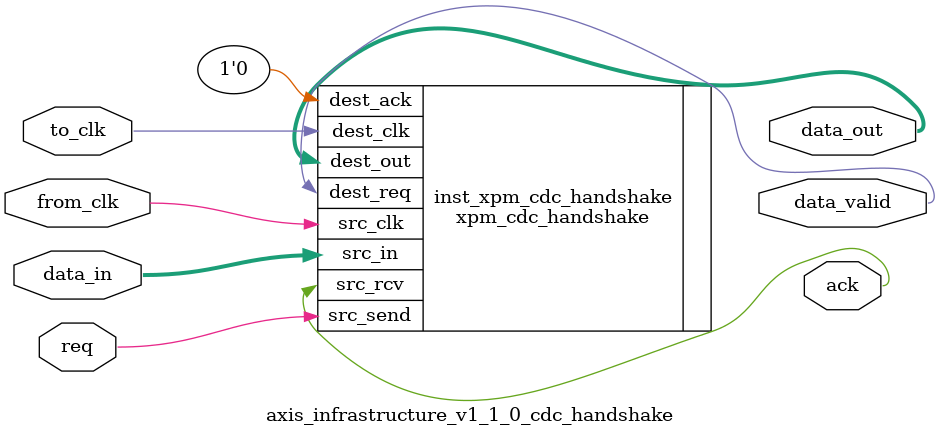
<source format=v>

`ifndef AXIS_INFRASTRUCTURE_V1_0_MUX_ENC_V
`define AXIS_INFRASTRUCTURE_V1_0_MUX_ENC_V
`timescale 1ps/1ps


(* DowngradeIPIdentifiedWarnings="yes" *)
module axis_infrastructure_v1_1_0_mux_enc #
  (
   parameter         C_FAMILY                       = "rtl",
                       // FPGA Family. Current version: virtex6 or spartan6.
   parameter integer C_RATIO                        = 4,
                       // Mux select ratio. Can be any binary value (>= 1)
   parameter integer C_SEL_WIDTH                    = 2,
                       // Log2-ceiling of C_RATIO (>= 1)
   parameter integer C_DATA_WIDTH                   = 1
                       // Data width for comparator (>= 1)
   )
  (
   input  wire [C_SEL_WIDTH-1:0]                    S,
   input  wire [C_RATIO*C_DATA_WIDTH-1:0]           A,
   output wire [C_DATA_WIDTH-1:0]                   O,
   input  wire                                      OE
   );
  
  wire [C_DATA_WIDTH-1:0] o_i;
  genvar bit_cnt;
  
  function [C_DATA_WIDTH-1:0] f_mux
    (
     input [C_SEL_WIDTH-1:0] s,
     input [C_RATIO*C_DATA_WIDTH-1:0] a
     );
    integer i;
    reg [C_RATIO*C_DATA_WIDTH-1:0] carry;
    begin
      carry[C_DATA_WIDTH-1:0] = {C_DATA_WIDTH{(s==0)?1'b1:1'b0}} & a[C_DATA_WIDTH-1:0];
      for (i=1;i<C_RATIO;i=i+1) begin : gen_carrychain_enc
        carry[i*C_DATA_WIDTH +: C_DATA_WIDTH] = 
          carry[(i-1)*C_DATA_WIDTH +: C_DATA_WIDTH] |
          ({C_DATA_WIDTH{(s==i)?1'b1:1'b0}} & a[i*C_DATA_WIDTH +: C_DATA_WIDTH]);
      end
      f_mux = carry[C_DATA_WIDTH*C_RATIO-1:C_DATA_WIDTH*(C_RATIO-1)];
    end
  endfunction
  
  function [C_DATA_WIDTH-1:0] f_mux4
    (
     input [1:0] s,
     input [4*C_DATA_WIDTH-1:0] a
     );
    integer i;
    reg [4*C_DATA_WIDTH-1:0] carry;
    begin
      carry[C_DATA_WIDTH-1:0] = {C_DATA_WIDTH{(s==0)?1'b1:1'b0}} & a[C_DATA_WIDTH-1:0];
      for (i=1;i<4;i=i+1) begin : gen_carrychain_enc
        carry[i*C_DATA_WIDTH +: C_DATA_WIDTH] = 
          carry[(i-1)*C_DATA_WIDTH +: C_DATA_WIDTH] |
          ({C_DATA_WIDTH{(s==i)?1'b1:1'b0}} & a[i*C_DATA_WIDTH +: C_DATA_WIDTH]);
      end
      f_mux4 = carry[C_DATA_WIDTH*4-1:C_DATA_WIDTH*3];
    end
  endfunction
  
  assign O = o_i & {C_DATA_WIDTH{OE}};  // OE is gated AFTER any MUXF7/8 (can only optimize forward into downstream logic)
  
  generate
    if ( C_RATIO < 2 ) begin : gen_bypass
      assign o_i = A;
    end else if ( C_FAMILY == "rtl" || C_RATIO < 5 ) begin : gen_rtl
      assign o_i = f_mux(S, A);
      
    end else begin : gen_fpga
      wire [C_DATA_WIDTH-1:0] l;
      wire [C_DATA_WIDTH-1:0] h;
      wire [C_DATA_WIDTH-1:0] ll;
      wire [C_DATA_WIDTH-1:0] lh;
      wire [C_DATA_WIDTH-1:0] hl;
      wire [C_DATA_WIDTH-1:0] hh;
      
      case (C_RATIO)
        1, 5, 9, 13: 
          assign hh = A[(C_RATIO-1)*C_DATA_WIDTH +: C_DATA_WIDTH];
        2, 6, 10, 14:
          assign hh = S[0] ? 
            A[(C_RATIO-1)*C_DATA_WIDTH +: C_DATA_WIDTH] :
            A[(C_RATIO-2)*C_DATA_WIDTH +: C_DATA_WIDTH] ;
        3, 7, 11, 15:
          assign hh = S[1] ? 
            A[(C_RATIO-1)*C_DATA_WIDTH +: C_DATA_WIDTH] :
            (S[0] ? 
              A[(C_RATIO-2)*C_DATA_WIDTH +: C_DATA_WIDTH] :
              A[(C_RATIO-3)*C_DATA_WIDTH +: C_DATA_WIDTH] );
        4, 8, 12, 16:
          assign hh = S[1] ? 
            (S[0] ? 
              A[(C_RATIO-1)*C_DATA_WIDTH +: C_DATA_WIDTH] :
              A[(C_RATIO-2)*C_DATA_WIDTH +: C_DATA_WIDTH] ) :
            (S[0] ? 
              A[(C_RATIO-3)*C_DATA_WIDTH +: C_DATA_WIDTH] :
              A[(C_RATIO-4)*C_DATA_WIDTH +: C_DATA_WIDTH] );
        17:
          assign hh = S[1] ? 
            (S[0] ? 
              A[15*C_DATA_WIDTH +: C_DATA_WIDTH] :
              A[14*C_DATA_WIDTH +: C_DATA_WIDTH] ) :
            (S[0] ? 
              A[13*C_DATA_WIDTH +: C_DATA_WIDTH] :
              A[12*C_DATA_WIDTH +: C_DATA_WIDTH] );
        default:
          assign hh = 0; 
      endcase

      case (C_RATIO)
        5, 6, 7, 8: begin
          assign l = f_mux4(S[1:0], A[0 +: 4*C_DATA_WIDTH]);
          for (bit_cnt = 0; bit_cnt < C_DATA_WIDTH ; bit_cnt = bit_cnt + 1) begin : gen_mux_5_8
            MUXF7 mux_s2_inst 
            (
             .I0  (l[bit_cnt]),
             .I1  (hh[bit_cnt]),
             .S   (S[2]),
             .O   (o_i[bit_cnt])
            ); 
          end
        end
          
        9, 10, 11, 12: begin
          assign ll = f_mux4(S[1:0], A[0 +: 4*C_DATA_WIDTH]);
          assign lh = f_mux4(S[1:0], A[4*C_DATA_WIDTH +: 4*C_DATA_WIDTH]);
          for (bit_cnt = 0; bit_cnt < C_DATA_WIDTH ; bit_cnt = bit_cnt + 1) begin : gen_mux_9_12
            MUXF7 muxf_s2_low_inst 
            (
             .I0  (ll[bit_cnt]),
             .I1  (lh[bit_cnt]),
             .S   (S[2]),
             .O   (l[bit_cnt])
            ); 
            MUXF8 muxf_s3_inst 
            (
             .I0  (l[bit_cnt]),
             .I1  (hh[bit_cnt]),
             .S   (S[3]),
             .O   (o_i[bit_cnt])
            ); 
          end
        end
          
        13,14,15,16: begin
          assign ll = f_mux4(S[1:0], A[0 +: 4*C_DATA_WIDTH]);
          assign lh = f_mux4(S[1:0], A[4*C_DATA_WIDTH +: 4*C_DATA_WIDTH]);
          assign hl = f_mux4(S[1:0], A[8*C_DATA_WIDTH +: 4*C_DATA_WIDTH]);
          for (bit_cnt = 0; bit_cnt < C_DATA_WIDTH ; bit_cnt = bit_cnt + 1) begin : gen_mux_13_16
            MUXF7 muxf_s2_low_inst 
            (
             .I0  (ll[bit_cnt]),
             .I1  (lh[bit_cnt]),
             .S   (S[2]),
             .O   (l[bit_cnt])
            ); 
            MUXF7 muxf_s2_hi_inst 
            (
             .I0  (hl[bit_cnt]),
             .I1  (hh[bit_cnt]),
             .S   (S[2]),
             .O   (h[bit_cnt])
            );
          
            MUXF8 muxf_s3_inst 
            (
             .I0  (l[bit_cnt]),
             .I1  (h[bit_cnt]),
             .S   (S[3]),
             .O   (o_i[bit_cnt])
            ); 
          end
        end
          
        17: begin
          assign ll = S[4] ? A[16*C_DATA_WIDTH +: C_DATA_WIDTH] : f_mux4(S[1:0], A[0 +: 4*C_DATA_WIDTH]);  // 5-input mux
          assign lh = f_mux4(S[1:0], A[4*C_DATA_WIDTH +: 4*C_DATA_WIDTH]);
          assign hl = f_mux4(S[1:0], A[8*C_DATA_WIDTH +: 4*C_DATA_WIDTH]);
          for (bit_cnt = 0; bit_cnt < C_DATA_WIDTH ; bit_cnt = bit_cnt + 1) begin : gen_mux_17
            MUXF7 muxf_s2_low_inst 
            (
             .I0  (ll[bit_cnt]),
             .I1  (lh[bit_cnt]),
             .S   (S[2]),
             .O   (l[bit_cnt])
            ); 
            MUXF7 muxf_s2_hi_inst 
            (
             .I0  (hl[bit_cnt]),
             .I1  (hh[bit_cnt]),
             .S   (S[2]),
             .O   (h[bit_cnt])
            ); 
            MUXF8 muxf_s3_inst 
            (
             .I0  (l[bit_cnt]),
             .I1  (h[bit_cnt]),
             .S   (S[3]),
             .O   (o_i[bit_cnt])
            ); 
          end
        end
          
        default:  // If RATIO > 17, use RTL
          assign o_i = f_mux(S, A);
      endcase
    end  // gen_fpga
  endgenerate
endmodule

`endif


//  (c) Copyright 2012-2013 Xilinx, Inc. All rights reserved.
//
//  This file contains confidential and proprietary information
//  of Xilinx, Inc. and is protected under U.S. and
//  international copyright and other intellectual property
//  laws.
//
//  DISCLAIMER
//  This disclaimer is not a license and does not grant any
//  rights to the materials distributed herewith. Except as
//  otherwise provided in a valid license issued to you by
//  Xilinx, and to the maximum extent permitted by applicable
//  law: (1) THESE MATERIALS ARE MADE AVAILABLE "AS IS" AND
//  WITH ALL FAULTS, AND XILINX HEREBY DISCLAIMS ALL WARRANTIES
//  AND CONDITIONS, EXPRESS, IMPLIED, OR STATUTORY, INCLUDING
//  BUT NOT LIMITED TO WARRANTIES OF MERCHANTABILITY, NON-
//  INFRINGEMENT, OR FITNESS FOR ANY PARTICULAR PURPOSE; and
//  (2) Xilinx shall not be liable (whether in contract or tort,
//  including negligence, or under any other theory of
//  liability) for any loss or damage of any kind or nature
//  related to, arising under or in connection with these
//  materials, including for any direct, or any indirect,
//  special, incidental, or consequential loss or damage
//  (including loss of data, profits, goodwill, or any type of
//  loss or damage suffered as a result of any action brought
//  by a third party) even if such damage or loss was
//  reasonably foreseeable or Xilinx had been advised of the
//  possibility of the same.
//
//  CRITICAL APPLICATIONS
//  Xilinx products are not designed or intended to be fail-
//  safe, or for use in any application requiring fail-safe
//  performance, such as life-support or safety devices or
//  systems, Class III medical devices, nuclear facilities,
//  applications related to the deployment of airbags, or any
//  other applications that could lead to death, personal
//  injury, or severe property or environmental damage
//  (individually and collectively, "Critical
//  Applications"). Customer assumes the sole risk and
//  liability of any use of Xilinx products in Critical
//  Applications, subject only to applicable laws and
//  regulations governing limitations on product liability.
//
//  THIS COPYRIGHT NOTICE AND DISCLAIMER MUST BE RETAINED AS
//  PART OF THIS FILE AT ALL TIMES. 
////////////////////////////////////////////////////////////
//
// Verilog-standard:  Verilog 2001
//--------------------------------------------------------------------------
//
// Structure:
//   axis_infrastructure_v1_1_0_util_aclken_converter
//
//--------------------------------------------------------------------------
`ifndef AXIS_INFRASTRUCTURE_V1_0_UTIL_ACLKEN_CONVERTER_V
`define AXIS_INFRASTRUCTURE_V1_0_UTIL_ACLKEN_CONVERTER_V

`timescale 1ps/1ps
`default_nettype none

(* DowngradeIPIdentifiedWarnings="yes" *)
module axis_infrastructure_v1_1_0_util_aclken_converter # (
///////////////////////////////////////////////////////////////////////////////
// Parameter Definitions
///////////////////////////////////////////////////////////////////////////////
  parameter integer C_PAYLOAD_WIDTH       = 32,
  parameter integer C_S_ACLKEN_CAN_TOGGLE = 1,
  parameter integer C_M_ACLKEN_CAN_TOGGLE = 1
  )
 (
///////////////////////////////////////////////////////////////////////////////
// Port Declarations
///////////////////////////////////////////////////////////////////////////////
  // Slave side
  input  wire                        ACLK,
  input  wire                        ARESETN,

  input  wire                        S_ACLKEN,
  input  wire [C_PAYLOAD_WIDTH-1:0]  S_PAYLOAD,
  input  wire                        S_VALID,
  output wire                        S_READY,

  // Master side
  input  wire                        M_ACLKEN,
  output wire [C_PAYLOAD_WIDTH-1:0]  M_PAYLOAD,
  output wire                        M_VALID,
  input  wire                        M_READY
);

////////////////////////////////////////////////////////////////////////////////
// Functions
////////////////////////////////////////////////////////////////////////////////


////////////////////////////////////////////////////////////////////////////////
// Local parameters
////////////////////////////////////////////////////////////////////////////////

// State machine states
localparam SM_NOT_READY    = 3'b000;
localparam SM_EMPTY        = 3'b001;
localparam SM_R0_NOT_READY = 3'b010;
localparam SM_R0           = 3'b011;
localparam SM_R1           = 3'b100;
localparam SM_FULL         = 3'b110;

////////////////////////////////////////////////////////////////////////////////
// Wires/Reg declarations
////////////////////////////////////////////////////////////////////////////////
wire s_aclken_i;
wire m_aclken_i;
reg  areset;

reg [2:0] state = SM_NOT_READY;

// r0 is the output register
reg [C_PAYLOAD_WIDTH-1:0] r0;
wire                      load_r0;
wire                      load_r0_from_r1;

// r1 is the overflow register
reg [C_PAYLOAD_WIDTH-1:0] r1;
wire                      load_r1;
////////////////////////////////////////////////////////////////////////////////
// BEGIN RTL
////////////////////////////////////////////////////////////////////////////////

assign s_aclken_i = C_S_ACLKEN_CAN_TOGGLE ? S_ACLKEN : 1'b1;
assign m_aclken_i = C_M_ACLKEN_CAN_TOGGLE ? M_ACLKEN : 1'b1;

always @(posedge ACLK) begin 
  areset <= ~ARESETN;
end

// Valid/Ready outputs encoded into state machine.
assign S_READY = (state == SM_NOT_READY ) ? 1'b0 : state[0] ;
assign M_VALID = (state == SM_NOT_READY ) ? 1'b0 : state[1];

// State machine: Controls outputs and hold register state info
always @(posedge ACLK) begin 
  if (areset) begin
    state <= SM_NOT_READY;
  end
  else begin 
    case (state)
      // De-assert s_ready, de-assert m_valid, R0 unoccupied, R1 unoccupied
      SM_NOT_READY: begin
        if (s_aclken_i) begin
          state <= SM_EMPTY;
        end
        else begin
          state <= state;
        end
      end

      // Assert s_ready, de-assert m_valid, R0 unoccupied, R1 unoccupied
      SM_EMPTY: begin
        if (s_aclken_i & S_VALID & m_aclken_i) begin
          state <= SM_R0;
        end
        else if (s_aclken_i & S_VALID & ~m_aclken_i) begin
          state <= SM_R1;
        end
        else begin 
          state <= state;
        end
      end

      // Assert s_ready, Assert m_valid, R0 occupied, R1 unoccupied
      SM_R0: begin
        if ((m_aclken_i & M_READY) & ~(s_aclken_i & S_VALID)) begin
          state <= SM_EMPTY;
        end
        else if (~(m_aclken_i & M_READY) & (s_aclken_i & S_VALID)) begin
          state <= SM_FULL;
        end
        else begin 
          state <= state;
        end
      end

      // De-assert s_ready, Assert m_valid, R0 occupied, R1 unoccupied
      SM_R0_NOT_READY: begin
        if (s_aclken_i & m_aclken_i & M_READY) begin
          state <= SM_EMPTY;
        end
        else if (~s_aclken_i & m_aclken_i & M_READY) begin
          state <= SM_NOT_READY;
        end
        else if (s_aclken_i) begin
          state <= SM_R0;
        end
        else begin 
          state <= state;
        end
      end

      // De-assert s_ready, De-assert m_valid, R0 unoccupied, R1 occupied
      SM_R1: begin
        if (~s_aclken_i & m_aclken_i) begin
          state <= SM_R0_NOT_READY;
        end
        else if (s_aclken_i & m_aclken_i) begin 
          state <= SM_R0;
        end
        else begin 
          state <= state;
        end
      end

      // De-assert s_ready, De-assert m_valid, R0 occupied, R1 occupied
      SM_FULL: begin
        if (~s_aclken_i & m_aclken_i & M_READY) begin
          state <= SM_R0_NOT_READY;
        end
        else if (s_aclken_i & m_aclken_i & M_READY) begin 
          state <= SM_R0;
        end
        else begin 
          state <= state;
        end
      end

      default: begin
        state <= SM_NOT_READY;
      end
    endcase
  end
end

assign M_PAYLOAD = r0;

always @(posedge ACLK) begin
  if (m_aclken_i) begin 
    r0 <= ~load_r0 ? r0 :
          load_r0_from_r1 ? r1 :
          S_PAYLOAD ;
  end
end

assign load_r0 = (state == SM_EMPTY) 
                 | (state == SM_R1) 
                 | ((state == SM_R0) & M_READY)
                 | ((state == SM_FULL) & M_READY);

assign load_r0_from_r1 = (state == SM_R1) | (state == SM_FULL);

always @(posedge ACLK) begin
  r1 <= ~load_r1 ? r1 : S_PAYLOAD;
end

assign load_r1 = (state == SM_EMPTY) | (state == SM_R0);


endmodule // axis_infrastructure_v1_1_0_util_aclken_converter

`default_nettype wire
`endif


//  (c) Copyright 2012-2013 Xilinx, Inc. All rights reserved.
//
//  This file contains confidential and proprietary information
//  of Xilinx, Inc. and is protected under U.S. and
//  international copyright and other intellectual property
//  laws.
//
//  DISCLAIMER
//  This disclaimer is not a license and does not grant any
//  rights to the materials distributed herewith. Except as
//  otherwise provided in a valid license issued to you by
//  Xilinx, and to the maximum extent permitted by applicable
//  law: (1) THESE MATERIALS ARE MADE AVAILABLE "AS IS" AND
//  WITH ALL FAULTS, AND XILINX HEREBY DISCLAIMS ALL WARRANTIES
//  AND CONDITIONS, EXPRESS, IMPLIED, OR STATUTORY, INCLUDING
//  BUT NOT LIMITED TO WARRANTIES OF MERCHANTABILITY, NON-
//  INFRINGEMENT, OR FITNESS FOR ANY PARTICULAR PURPOSE; and
//  (2) Xilinx shall not be liable (whether in contract or tort,
//  including negligence, or under any other theory of
//  liability) for any loss or damage of any kind or nature
//  related to, arising under or in connection with these
//  materials, including for any direct, or any indirect,
//  special, incidental, or consequential loss or damage
//  (including loss of data, profits, goodwill, or any type of
//  loss or damage suffered as a result of any action brought
//  by a third party) even if such damage or loss was
//  reasonably foreseeable or Xilinx had been advised of the
//  possibility of the same.
//
//  CRITICAL APPLICATIONS
//  Xilinx products are not designed or intended to be fail-
//  safe, or for use in any application requiring fail-safe
//  performance, such as life-support or safety devices or
//  systems, Class III medical devices, nuclear facilities,
//  applications related to the deployment of airbags, or any
//  other applications that could lead to death, personal
//  injury, or severe property or environmental damage
//  (individually and collectively, "Critical
//  Applications"). Customer assumes the sole risk and
//  liability of any use of Xilinx products in Critical
//  Applications, subject only to applicable laws and
//  regulations governing limitations on product liability.
//
//  THIS COPYRIGHT NOTICE AND DISCLAIMER MUST BE RETAINED AS
//  PART OF THIS FILE AT ALL TIMES. 
////////////////////////////////////////////////////////////
//
// Verilog-standard:  Verilog 2001
////////////////////////////////////////////////////////////
//
// Structure:
//   axis_infrastructure_v1_1_0_util_aclken_converter_wrapper
//     axis_infrastructure_v1_1_0_util_axis2_vector
//     axis_infrastructure_v1_1_0_util_aclken_converter
//     axis_infrastructure_v1_1_0_util_vector2axis 
//
////////////////////////////////////////////////////////////
`ifndef axis_infrastructure_v1_1_0_UTIL_ACLKEN_CONVERTER_WRAPPER_V
`define axis_infrastructure_v1_1_0_UTIL_ACLKEN_CONVERTER_WRAPPER_V

`timescale 1ps/1ps
`default_nettype none

(* DowngradeIPIdentifiedWarnings="yes" *)
module axis_infrastructure_v1_1_0_util_aclken_converter_wrapper # (
///////////////////////////////////////////////////////////////////////////////
// Parameter Definitions
///////////////////////////////////////////////////////////////////////////////
  parameter integer C_TDATA_WIDTH = 32,
  parameter integer C_TID_WIDTH   = 1,
  parameter integer C_TDEST_WIDTH = 1,
  parameter integer C_TUSER_WIDTH = 1,
  parameter [31:0]  C_SIGNAL_SET  = 32'hFF,
  // C_AXIS_SIGNAL_SET: each bit if enabled specifies which axis optional signals are present
  //   [0] => TREADY present
  //   [1] => TDATA present
  //   [2] => TSTRB present, TDATA must be present
  //   [3] => TKEEP present, TDATA must be present
  //   [4] => TLAST present
  //   [5] => TID present
  //   [6] => TDEST present
  //   [7] => TUSER present
  parameter integer C_S_ACLKEN_CAN_TOGGLE = 1,
  parameter integer C_M_ACLKEN_CAN_TOGGLE = 1
  )
 (
///////////////////////////////////////////////////////////////////////////////
// Port Declarations
///////////////////////////////////////////////////////////////////////////////
  // Slave side
  input  wire                       ACLK,
  input  wire                       ARESETN,
  input  wire                       S_ACLKEN,
  input  wire                       S_VALID,
  output wire                       S_READY,
  input  wire [C_TDATA_WIDTH-1:0]   S_TDATA,
  input  wire [C_TDATA_WIDTH/8-1:0] S_TSTRB,
  input  wire [C_TDATA_WIDTH/8-1:0] S_TKEEP,
  input  wire                       S_TLAST,
  input  wire [C_TID_WIDTH-1:0]     S_TID,
  input  wire [C_TDEST_WIDTH-1:0]   S_TDEST,
  input  wire [C_TUSER_WIDTH-1:0]   S_TUSER,
                                    
  input  wire                       M_ACLKEN,
  output wire                       M_VALID,
  input  wire                       M_READY,
  output wire [C_TDATA_WIDTH-1:0]   M_TDATA,
  output wire [C_TDATA_WIDTH/8-1:0] M_TSTRB,
  output wire [C_TDATA_WIDTH/8-1:0] M_TKEEP,
  output wire                       M_TLAST,
  output wire [C_TID_WIDTH-1:0]     M_TID,
  output wire [C_TDEST_WIDTH-1:0]   M_TDEST,
  output wire [C_TUSER_WIDTH-1:0]   M_TUSER
);

////////////////////////////////////////////////////////////////////////////////
// Functions
////////////////////////////////////////////////////////////////////////////////
`include "axis_infrastructure_v1_1_0.vh"


////////////////////////////////////////////////////////////////////////////////
// Local parameters
////////////////////////////////////////////////////////////////////////////////

localparam integer P_TPAYLOAD_WIDTH       = f_payload_width(C_TDATA_WIDTH, C_TID_WIDTH, 
                                                 C_TDEST_WIDTH, C_TUSER_WIDTH, 
                                                 C_SIGNAL_SET);
////////////////////////////////////////////////////////////////////////////////
// Wires/Reg declarations
////////////////////////////////////////////////////////////////////////////////
wire [P_TPAYLOAD_WIDTH-1:0] s_tpayload;
wire [P_TPAYLOAD_WIDTH-1:0] m_tpayload;

////////////////////////////////////////////////////////////////////////////////
// BEGIN RTL
////////////////////////////////////////////////////////////////////////////////

axis_infrastructure_v1_1_0_util_axis2vector #(
  .C_TDATA_WIDTH    ( C_TDATA_WIDTH ) ,
  .C_TID_WIDTH      ( C_TID_WIDTH   ) ,
  .C_TDEST_WIDTH    ( C_TDEST_WIDTH ) ,
  .C_TUSER_WIDTH    ( C_TUSER_WIDTH ) ,
  .C_TPAYLOAD_WIDTH ( P_TPAYLOAD_WIDTH   ) ,
  .C_SIGNAL_SET     ( C_SIGNAL_SET  ) 
)
util_axis2vector_0 (
  .TDATA    ( S_TDATA    ) ,
  .TSTRB    ( S_TSTRB    ) ,
  .TKEEP    ( S_TKEEP    ) ,
  .TLAST    ( S_TLAST    ) ,
  .TID      ( S_TID      ) ,
  .TDEST    ( S_TDEST    ) ,
  .TUSER    ( S_TUSER    ) ,
  .TPAYLOAD ( s_tpayload )
);

generate
if (C_S_ACLKEN_CAN_TOGGLE | C_M_ACLKEN_CAN_TOGGLE) begin : gen_aclken_converter
  axis_infrastructure_v1_1_0_util_aclken_converter #( 
    .C_PAYLOAD_WIDTH       ( P_TPAYLOAD_WIDTH       ) ,
    .C_S_ACLKEN_CAN_TOGGLE ( C_S_ACLKEN_CAN_TOGGLE ) ,
    .C_M_ACLKEN_CAN_TOGGLE ( C_M_ACLKEN_CAN_TOGGLE ) 
  )
  s_util_aclken_converter_0 ( 
    .ACLK      ( ACLK       ) ,
    .ARESETN   ( ARESETN    ) ,
    .S_ACLKEN  ( S_ACLKEN   ) ,
    .S_PAYLOAD ( s_tpayload ) ,
    .S_VALID   ( S_VALID   ) ,
    .S_READY   ( S_READY   ) ,
    .M_ACLKEN  ( M_ACLKEN   ) ,
    .M_PAYLOAD ( m_tpayload ) ,
    .M_VALID   ( M_VALID   ) ,
    .M_READY   ( M_READY   ) 
  );
end
else begin : gen_aclken_passthru
  assign m_tpayload = s_tpayload;
  assign M_VALID   = S_VALID;
  assign S_READY = M_READY;
end
endgenerate

axis_infrastructure_v1_1_0_util_vector2axis #(
  .C_TDATA_WIDTH    ( C_TDATA_WIDTH ) ,
  .C_TID_WIDTH      ( C_TID_WIDTH   ) ,
  .C_TDEST_WIDTH    ( C_TDEST_WIDTH ) ,
  .C_TUSER_WIDTH    ( C_TUSER_WIDTH ) ,
  .C_TPAYLOAD_WIDTH ( P_TPAYLOAD_WIDTH   ) ,
  .C_SIGNAL_SET     ( C_SIGNAL_SET  ) 
)
util_vector2axis_0 (
  .TPAYLOAD ( m_tpayload ) ,
  .TDATA    ( M_TDATA    ) ,
  .TSTRB    ( M_TSTRB    ) ,
  .TKEEP    ( M_TKEEP    ) ,
  .TLAST    ( M_TLAST    ) ,
  .TID      ( M_TID      ) ,
  .TDEST    ( M_TDEST    ) ,
  .TUSER    ( M_TUSER    ) 
);

endmodule // axis_infrastructure_v1_1_0_util_aclken_converter_wrapper

`default_nettype wire
`endif


//  (c) Copyright 2012-2013 Xilinx, Inc. All rights reserved.
//
//  This file contains confidential and proprietary information
//  of Xilinx, Inc. and is protected under U.S. and
//  international copyright and other intellectual property
//  laws.
//
//  DISCLAIMER
//  This disclaimer is not a license and does not grant any
//  rights to the materials distributed herewith. Except as
//  otherwise provided in a valid license issued to you by
//  Xilinx, and to the maximum extent permitted by applicable
//  law: (1) THESE MATERIALS ARE MADE AVAILABLE "AS IS" AND
//  WITH ALL FAULTS, AND XILINX HEREBY DISCLAIMS ALL WARRANTIES
//  AND CONDITIONS, EXPRESS, IMPLIED, OR STATUTORY, INCLUDING
//  BUT NOT LIMITED TO WARRANTIES OF MERCHANTABILITY, NON-
//  INFRINGEMENT, OR FITNESS FOR ANY PARTICULAR PURPOSE; and
//  (2) Xilinx shall not be liable (whether in contract or tort,
//  including negligence, or under any other theory of
//  liability) for any loss or damage of any kind or nature
//  related to, arising under or in connection with these
//  materials, including for any direct, or any indirect,
//  special, incidental, or consequential loss or damage
//  (including loss of data, profits, goodwill, or any type of
//  loss or damage suffered as a result of any action brought
//  by a third party) even if such damage or loss was
//  reasonably foreseeable or Xilinx had been advised of the
//  possibility of the same.
//
//  CRITICAL APPLICATIONS
//  Xilinx products are not designed or intended to be fail-
//  safe, or for use in any application requiring fail-safe
//  performance, such as life-support or safety devices or
//  systems, Class III medical devices, nuclear facilities,
//  applications related to the deployment of airbags, or any
//  other applications that could lead to death, personal
//  injury, or severe property or environmental damage
//  (individually and collectively, "Critical
//  Applications"). Customer assumes the sole risk and
//  liability of any use of Xilinx products in Critical
//  Applications, subject only to applicable laws and
//  regulations governing limitations on product liability.
//
//  THIS COPYRIGHT NOTICE AND DISCLAIMER MUST BE RETAINED AS
//  PART OF THIS FILE AT ALL TIMES. 
////////////////////////////////////////////////////////////
//
// axis to vector
//   A generic module to merge all axis 'data' signals into one signal called payload.
//   This is strictly wires, so no clk, reset, aclken, valid/ready are required.
//
// Verilog-standard:  Verilog 2001
//--------------------------------------------------------------------------
//
// Structure:
//   axis_infrastructure_v1_1_0_util_axis2vector
//
//--------------------------------------------------------------------------
`ifndef AXIS_INFRASTRUCTURE_V1_0_UTIL_AXIS2VECTOR_V
`define AXIS_INFRASTRUCTURE_V1_0_UTIL_AXIS2VECTOR_V

`timescale 1ps/1ps
`default_nettype none

(* DowngradeIPIdentifiedWarnings="yes" *)
module axis_infrastructure_v1_1_0_util_axis2vector #
(
///////////////////////////////////////////////////////////////////////////////
// Parameter Definitions
///////////////////////////////////////////////////////////////////////////////
   parameter integer C_TDATA_WIDTH = 32,
   parameter integer C_TID_WIDTH   = 1,
   parameter integer C_TDEST_WIDTH = 1,
   parameter integer C_TUSER_WIDTH = 1,
   parameter integer C_TPAYLOAD_WIDTH = 44,
   parameter [31:0]  C_SIGNAL_SET  = 32'hFF
   // C_AXIS_SIGNAL_SET: each bit if enabled specifies which axis optional signals are present
   //   [0] => TREADY present
   //   [1] => TDATA present
   //   [2] => TSTRB present, TDATA must be present
   //   [3] => TKEEP present, TDATA must be present
   //   [4] => TLAST present
   //   [5] => TID present
   //   [6] => TDEST present
   //   [7] => TUSER present
   )
  (
///////////////////////////////////////////////////////////////////////////////
// Port Declarations
///////////////////////////////////////////////////////////////////////////////
   // inputs
   input  wire [C_TDATA_WIDTH-1:0]   TDATA,
   input  wire [C_TDATA_WIDTH/8-1:0] TSTRB,
   input  wire [C_TDATA_WIDTH/8-1:0] TKEEP,
   input  wire                       TLAST,
   input  wire [C_TID_WIDTH-1:0]     TID,
   input  wire [C_TDEST_WIDTH-1:0]   TDEST,
   input  wire [C_TUSER_WIDTH-1:0]   TUSER,

   // outputs
   output wire [C_TPAYLOAD_WIDTH-1:0] TPAYLOAD
   );

////////////////////////////////////////////////////////////////////////////////
// Functions
////////////////////////////////////////////////////////////////////////////////
`include "axis_infrastructure_v1_1_0.vh"

////////////////////////////////////////////////////////////////////////////////
// Local parameters
////////////////////////////////////////////////////////////////////////////////
localparam P_TDATA_INDX = f_get_tdata_indx(C_TDATA_WIDTH, C_TID_WIDTH,
                                           C_TDEST_WIDTH, C_TUSER_WIDTH, 
                                           C_SIGNAL_SET);
localparam P_TSTRB_INDX = f_get_tstrb_indx(C_TDATA_WIDTH, C_TID_WIDTH,
                                           C_TDEST_WIDTH, C_TUSER_WIDTH, 
                                           C_SIGNAL_SET);
localparam P_TKEEP_INDX = f_get_tkeep_indx(C_TDATA_WIDTH, C_TID_WIDTH,
                                           C_TDEST_WIDTH, C_TUSER_WIDTH, 
                                           C_SIGNAL_SET);
localparam P_TLAST_INDX = f_get_tlast_indx(C_TDATA_WIDTH, C_TID_WIDTH,
                                           C_TDEST_WIDTH, C_TUSER_WIDTH, 
                                           C_SIGNAL_SET);
localparam P_TID_INDX   = f_get_tid_indx  (C_TDATA_WIDTH, C_TID_WIDTH,
                                           C_TDEST_WIDTH, C_TUSER_WIDTH, 
                                           C_SIGNAL_SET);
localparam P_TDEST_INDX = f_get_tdest_indx(C_TDATA_WIDTH, C_TID_WIDTH,
                                           C_TDEST_WIDTH, C_TUSER_WIDTH, 
                                           C_SIGNAL_SET);
localparam P_TUSER_INDX = f_get_tuser_indx(C_TDATA_WIDTH, C_TID_WIDTH,
                                           C_TDEST_WIDTH, C_TUSER_WIDTH, 
                                           C_SIGNAL_SET);
////////////////////////////////////////////////////////////////////////////////
// Wires/Reg declarations
////////////////////////////////////////////////////////////////////////////////

////////////////////////////////////////////////////////////////////////////////
// BEGIN RTL
////////////////////////////////////////////////////////////////////////////////
generate
  if (C_SIGNAL_SET[G_INDX_SS_TDATA]) begin : gen_tdata
    assign TPAYLOAD[P_TDATA_INDX+:C_TDATA_WIDTH]   = TDATA;
  end else begin : no_gen_tdata
    // Do nothing
  end
  if (C_SIGNAL_SET[G_INDX_SS_TSTRB]) begin : gen_tstrb
    assign TPAYLOAD[P_TSTRB_INDX+:C_TDATA_WIDTH/8] = TSTRB;
  end else begin : no_gen_tstrb
    // Do nothing
  end
  if (C_SIGNAL_SET[G_INDX_SS_TKEEP]) begin : gen_tkeep
    assign TPAYLOAD[P_TKEEP_INDX+:C_TDATA_WIDTH/8] = TKEEP;
  end else begin : no_gen_tkeep
    // Do nothing
  end
  if (C_SIGNAL_SET[G_INDX_SS_TLAST]) begin : gen_tlast
    assign TPAYLOAD[P_TLAST_INDX+:1]               = TLAST;
  end else begin : no_gen_tlast
    // Do nothing
  end
  if (C_SIGNAL_SET[G_INDX_SS_TID]) begin : gen_tid
    assign TPAYLOAD[P_TID_INDX+:C_TID_WIDTH]       = TID;
  end else begin : no_gen_tid
    // Do nothing
  end
  if (C_SIGNAL_SET[G_INDX_SS_TDEST]) begin : gen_tdest
    assign TPAYLOAD[P_TDEST_INDX+:C_TDEST_WIDTH]   = TDEST;
  end else begin : no_gen_tdest
    // Do nothing
  end
  if (C_SIGNAL_SET[G_INDX_SS_TUSER]) begin : gen_tuser
    assign TPAYLOAD[P_TUSER_INDX+:C_TUSER_WIDTH]   = TUSER;
  end else begin : no_gen_tuser
    // Do nothing
  end
endgenerate
endmodule 

`default_nettype wire
`endif


//  (c) Copyright 2012-2013 Xilinx, Inc. All rights reserved.
//
//  This file contains confidential and proprietary information
//  of Xilinx, Inc. and is protected under U.S. and
//  international copyright and other intellectual property
//  laws.
//
//  DISCLAIMER
//  This disclaimer is not a license and does not grant any
//  rights to the materials distributed herewith. Except as
//  otherwise provided in a valid license issued to you by
//  Xilinx, and to the maximum extent permitted by applicable
//  law: (1) THESE MATERIALS ARE MADE AVAILABLE "AS IS" AND
//  WITH ALL FAULTS, AND XILINX HEREBY DISCLAIMS ALL WARRANTIES
//  AND CONDITIONS, EXPRESS, IMPLIED, OR STATUTORY, INCLUDING
//  BUT NOT LIMITED TO WARRANTIES OF MERCHANTABILITY, NON-
//  INFRINGEMENT, OR FITNESS FOR ANY PARTICULAR PURPOSE; and
//  (2) Xilinx shall not be liable (whether in contract or tort,
//  including negligence, or under any other theory of
//  liability) for any loss or damage of any kind or nature
//  related to, arising under or in connection with these
//  materials, including for any direct, or any indirect,
//  special, incidental, or consequential loss or damage
//  (including loss of data, profits, goodwill, or any type of
//  loss or damage suffered as a result of any action brought
//  by a third party) even if such damage or loss was
//  reasonably foreseeable or Xilinx had been advised of the
//  possibility of the same.
//
//  CRITICAL APPLICATIONS
//  Xilinx products are not designed or intended to be fail-
//  safe, or for use in any application requiring fail-safe
//  performance, such as life-support or safety devices or
//  systems, Class III medical devices, nuclear facilities,
//  applications related to the deployment of airbags, or any
//  other applications that could lead to death, personal
//  injury, or severe property or environmental damage
//  (individually and collectively, "Critical
//  Applications"). Customer assumes the sole risk and
//  liability of any use of Xilinx products in Critical
//  Applications, subject only to applicable laws and
//  regulations governing limitations on product liability.
//
//  THIS COPYRIGHT NOTICE AND DISCLAIMER MUST BE RETAINED AS
//  PART OF THIS FILE AT ALL TIMES. 
////////////////////////////////////////////////////////////
//
// axis to vector
//   A generic module to unmerge all axis 'data' signals from payload.
//   This is strictly wires, so no clk, reset, aclken, valid/ready are required.
//
// Verilog-standard:  Verilog 2001
//--------------------------------------------------------------------------
//
// Structure:
//   axis_infrastructure_v1_1_0_util_vector2axis
//
//--------------------------------------------------------------------------
`ifndef AXIS_INFRASTRUCTURE_V1_0_UTIL_VECTOR2AXIS_V
`define AXIS_INFRASTRUCTURE_V1_0_UTIL_VECTOR2AXIS_V

`timescale 1ps/1ps
`default_nettype none

(* DowngradeIPIdentifiedWarnings="yes" *)
module axis_infrastructure_v1_1_0_util_vector2axis #
(
///////////////////////////////////////////////////////////////////////////////
// Parameter Definitions
///////////////////////////////////////////////////////////////////////////////
   parameter integer C_TDATA_WIDTH = 32,
   parameter integer C_TID_WIDTH   = 1,
   parameter integer C_TDEST_WIDTH = 1,
   parameter integer C_TUSER_WIDTH = 1,
   parameter integer C_TPAYLOAD_WIDTH = 44,
   parameter [31:0]  C_SIGNAL_SET  = 32'hFF
   // C_AXIS_SIGNAL_SET: each bit if enabled specifies which axis optional signals are present
   //   [0] => TREADY present
   //   [1] => TDATA present
   //   [2] => TSTRB present, TDATA must be present
   //   [3] => TKEEP present, TDATA must be present
   //   [4] => TLAST present
   //   [5] => TID present
   //   [6] => TDEST present
   //   [7] => TUSER present
   )
  (
///////////////////////////////////////////////////////////////////////////////
// Port Declarations
///////////////////////////////////////////////////////////////////////////////
   // outputs
   input  wire [C_TPAYLOAD_WIDTH-1:0] TPAYLOAD,

   // inputs
   output wire [C_TDATA_WIDTH-1:0]   TDATA,
   output wire [C_TDATA_WIDTH/8-1:0] TSTRB,
   output wire [C_TDATA_WIDTH/8-1:0] TKEEP,
   output wire                       TLAST,
   output wire [C_TID_WIDTH-1:0]     TID,
   output wire [C_TDEST_WIDTH-1:0]   TDEST,
   output wire [C_TUSER_WIDTH-1:0]   TUSER
   );

////////////////////////////////////////////////////////////////////////////////
// Functions
////////////////////////////////////////////////////////////////////////////////
`include "axis_infrastructure_v1_1_0.vh"

////////////////////////////////////////////////////////////////////////////////
// Local parameters
////////////////////////////////////////////////////////////////////////////////
localparam P_TDATA_INDX = f_get_tdata_indx(C_TDATA_WIDTH, C_TID_WIDTH,
                                           C_TDEST_WIDTH, C_TUSER_WIDTH, 
                                           C_SIGNAL_SET);
localparam P_TSTRB_INDX = f_get_tstrb_indx(C_TDATA_WIDTH, C_TID_WIDTH,
                                           C_TDEST_WIDTH, C_TUSER_WIDTH, 
                                           C_SIGNAL_SET);
localparam P_TKEEP_INDX = f_get_tkeep_indx(C_TDATA_WIDTH, C_TID_WIDTH,
                                           C_TDEST_WIDTH, C_TUSER_WIDTH, 
                                           C_SIGNAL_SET);
localparam P_TLAST_INDX = f_get_tlast_indx(C_TDATA_WIDTH, C_TID_WIDTH,
                                           C_TDEST_WIDTH, C_TUSER_WIDTH, 
                                           C_SIGNAL_SET);
localparam P_TID_INDX   = f_get_tid_indx  (C_TDATA_WIDTH, C_TID_WIDTH,
                                           C_TDEST_WIDTH, C_TUSER_WIDTH, 
                                           C_SIGNAL_SET);
localparam P_TDEST_INDX = f_get_tdest_indx(C_TDATA_WIDTH, C_TID_WIDTH,
                                           C_TDEST_WIDTH, C_TUSER_WIDTH, 
                                           C_SIGNAL_SET);
localparam P_TUSER_INDX = f_get_tuser_indx(C_TDATA_WIDTH, C_TID_WIDTH,
                                           C_TDEST_WIDTH, C_TUSER_WIDTH, 
                                           C_SIGNAL_SET);
////////////////////////////////////////////////////////////////////////////////
// Wires/Reg declarations
////////////////////////////////////////////////////////////////////////////////

////////////////////////////////////////////////////////////////////////////////
// BEGIN RTL
////////////////////////////////////////////////////////////////////////////////
generate
  if (C_SIGNAL_SET[G_INDX_SS_TDATA]) begin : gen_tdata
    assign TDATA = TPAYLOAD[P_TDATA_INDX+:C_TDATA_WIDTH]  ;
  end
  else begin : no_gen_tdata
    assign TDATA = {C_TDATA_WIDTH{1'b0}};
  end
  if (C_SIGNAL_SET[G_INDX_SS_TSTRB]) begin : gen_tstrb
    assign TSTRB = TPAYLOAD[P_TSTRB_INDX+:C_TDATA_WIDTH/8];
  end 
  else begin : no_gen_tstrb
    assign TSTRB = {(C_TDATA_WIDTH/8){1'b0}};
  end
  if (C_SIGNAL_SET[G_INDX_SS_TKEEP]) begin : gen_tkeep
    assign TKEEP = TPAYLOAD[P_TKEEP_INDX+:C_TDATA_WIDTH/8];
  end 
  else begin : no_gen_tkeep
    assign TKEEP = {(C_TDATA_WIDTH/8){1'b1}};
  end
  if (C_SIGNAL_SET[G_INDX_SS_TLAST]) begin : gen_tlast
    assign TLAST = TPAYLOAD[P_TLAST_INDX+:1]              ;
  end 
  else begin : no_gen_tlast
    assign TLAST = 1'b0;
  end
  if (C_SIGNAL_SET[G_INDX_SS_TID]) begin : gen_tid
    assign TID   = TPAYLOAD[P_TID_INDX+:C_TID_WIDTH]      ;
  end 
  else begin : no_gen_tid
    assign TID   = {C_TID_WIDTH{1'b0}};
  end
  if (C_SIGNAL_SET[G_INDX_SS_TDEST]) begin : gen_tdest
    assign TDEST = TPAYLOAD[P_TDEST_INDX+:C_TDEST_WIDTH]  ;
  end 
  else begin : no_gen_tdest
    assign TDEST   = {C_TDEST_WIDTH{1'b0}};
  end
  if (C_SIGNAL_SET[G_INDX_SS_TUSER]) begin : gen_tuser
    assign TUSER = TPAYLOAD[P_TUSER_INDX+:C_TUSER_WIDTH]  ;
  end 
  else begin : no_gen_tuser
    assign TUSER   = {C_TUSER_WIDTH{1'b0}};
  end
endgenerate
endmodule 

`default_nettype wire
`endif


//*****************************************************************************
//  (c) Copyright 2013 Xilinx, Inc. All rights reserved.
//
//  This file contains confidential and proprietary information
//  of Xilinx, Inc. and is protected under U.S. and
//  international copyright and other intellectual property
//  laws.
//
//  DISCLAIMER
//  This disclaimer is not a license and does not grant any
//  rights to the materials distributed herewith. Except as
//  otherwise provided in a valid license issued to you by
//  Xilinx, and to the maximum extent permitted by applicable
//  law: (1) THESE MATERIALS ARE MADE AVAILABLE "AS IS" AND
//  WITH ALL FAULTS, AND XILINX HEREBY DISCLAIMS ALL WARRANTIES
//  AND CONDITIONS, EXPRESS, IMPLIED, OR STATUTORY, INCLUDING
//  BUT NOT LIMITED TO WARRANTIES OF MERCHANTABILITY, NON-
//  INFRINGEMENT, OR FITNESS FOR ANY PARTICULAR PURPOSE; and
//  (2) Xilinx shall not be liable (whether in contract or tort,
//  including negligence, or under any other theory of
//  liability) for any loss or damage of any kind or nature
//  related to, arising under or in connection with these
//  materials, including for any direct, or any indirect,
//  special, incidental, or consequential loss or damage
//  (including loss of data, profits, goodwill, or any type of
//  loss or damage suffered as a result of any action brought
//  by a third party) even if such damage or loss was
//  reasonably foreseeable or Xilinx had been advised of the
//  possibility of the same.
//
//  CRITICAL APPLICATIONS
//  Xilinx products are not designed or intended to be fail-
//  safe, or for use in any application requiring fail-safe
//  performance, such as life-support or safety devices or
//  systems, Class III medical devices, nuclear facilities,
//  applications related to the deployment of airbags, or any
//  other applications that could lead to death, personal
//  injury, or severe property or environmental damage
//  (individually and collectively, "Critical
//  Applications"). Customer assumes the sole risk and
//  liability of any use of Xilinx products in Critical
//  Applications, subject only to applicable laws and
//  regulations governing limitations on product liability.
//
//  THIS COPYRIGHT NOTICE AND DISCLAIMER MUST BE RETAINED AS
//  PART OF THIS FILE AT ALL TIMES. 
//
//*****************************************************************************
// Description
//   This module instantiates the clock synchronization logic.  It passes the 
//   incoming signal through two flops to ensure metastability. 
//              
//*****************************************************************************
`timescale 1ps / 1ps
`default_nettype none

(* DowngradeIPIdentifiedWarnings="yes" *)
module axis_infrastructure_v1_1_0_clock_synchronizer # (
///////////////////////////////////////////////////////////////////////////////
// Parameter Definitions
///////////////////////////////////////////////////////////////////////////////
  parameter integer C_NUM_STAGES              = 4
)     
(
///////////////////////////////////////////////////////////////////////////////
// Port Declarations     
///////////////////////////////////////////////////////////////////////////////
  input  wire                               clk,
  input  wire                               synch_in ,
  output wire                               synch_out
);

////////////////////////////////////////////////////////////////////////////////
// Local Parameters           
////////////////////////////////////////////////////////////////////////////////
////////////////////////////////////////////////////////////////////////////////
// Wires/Reg declarations
////////////////////////////////////////////////////////////////////////////////
xpm_cdc_single #(
	.DEST_SYNC_FF   ( C_NUM_STAGES ) ,
	.SRC_INPUT_REG  ( 0            ) ,
	.SIM_ASSERT_CHK ( 0            ) 
)
inst_xpm_cdc_single   (
  .src_clk  ( 1'b0      ) ,
  .src_in   ( synch_in  ) ,
  .dest_out ( synch_out ) ,
  .dest_clk ( clk       ) 
);

endmodule

`default_nettype wire


// (c) Copyright 2014 Xilinx, Inc. All rights reserved. 
//                                                             
// This file contains confidential and proprietary information 
// of Xilinx, Inc. and is protected under U.S. and             
// international copyright and other intellectual property     
// laws.                                                       
//                                                             
// DISCLAIMER                                                  
// This disclaimer is not a license and does not grant any     
// rights to the materials distributed herewith. Except as     
// otherwise provided in a valid license issued to you by      
// Xilinx, and to the maximum extent permitted by applicable   
// law: (1) THESE MATERIALS ARE MADE AVAILABLE "AS IS" AND     
// WITH ALL FAULTS, AND XILINX HEREBY DISCLAIMS ALL WARRANTIES 
// AND CONDITIONS, EXPRESS, IMPLIED, OR STATUTORY, INCLUDING   
// BUT NOT LIMITED TO WARRANTIES OF MERCHANTABILITY, NON-      
// INFRINGEMENT, OR FITNESS FOR ANY PARTICULAR PURPOSE; and    
// (2) Xilinx shall not be liable (whether in contract or tort,
// including negligence, or under any other theory of          
// liability) for any loss or damage of any kind or nature     
// related to, arising under or in connection with these       
// materials, including for any direct, or any indirect,       
// special, incidental, or consequential loss or damage        
// (including loss of data, profits, goodwill, or any type of  
// loss or damage suffered as a result of any action brought   
// by a third party) even if such damage or loss was           
// reasonably foreseeable or Xilinx had been advised of the    
// possibility of the same.                                    
//                                                             
// CRITICAL APPLICATIONS                                       
// Xilinx products are not designed or intended to be fail-    
// safe, or for use in any application requiring fail-safe     
// performance, such as life-support or safety devices or      
// systems, Class III medical devices, nuclear facilities,     
// applications related to the deployment of airbags, or any   
// other applications that could lead to death, personal       
// injury, or severe property or environmental damage          
// (individually and collectively, "Critical                   
// Applications"). Customer assumes the sole risk and          
// liability of any use of Xilinx products in Critical         
// Applications, subject only to applicable laws and           
// regulations governing limitations on product liability.     
//                                                             
// THIS COPYRIGHT NOTICE AND DISCLAIMER MUST BE RETAINED AS    
// PART OF THIS FILE AT ALL TIMES.                             
//  
///////////////////////////////////////////////////////////////////////////////
//
// File name: axis_infrastructure_v1_1_0_cdc_handshake
//
///////////////////////////////////////////////////////////////////////////////
`timescale 1ps/1ps
`default_nettype none

module axis_infrastructure_v1_1_0_cdc_handshake #
(
///////////////////////////////////////////////////////////////////////////////
// Parameter Definitions
///////////////////////////////////////////////////////////////////////////////
  parameter integer C_WIDTH                   = 32,
  parameter integer C_NUM_SYNCHRONIZER_STAGES = 2
)
(
///////////////////////////////////////////////////////////////////////////////
// Port Declarations     
///////////////////////////////////////////////////////////////////////////////
  input  wire                               from_clk,
  input  wire                               req, 
  output wire                               ack,
  input  wire [C_WIDTH-1:0]                 data_in,

  input  wire                               to_clk,
  output wire                               data_valid,
  output wire [C_WIDTH-1:0]                 data_out
);

/////////////////////////////////////////////////////////////////////////////
// Functions
/////////////////////////////////////////////////////////////////////////////

////////////////////////////////////////////////////////////////////////////////
// Local parameters
////////////////////////////////////////////////////////////////////////////////

////////////////////////////////////////////////////////////////////////////////
// Wires/Reg declarations
////////////////////////////////////////////////////////////////////////////////

////////////////////////////////////////////////////////////////////////////////
// BEGIN RTL
///////////////////////////////////////////////////////////////////////////////
xpm_cdc_handshake #(
  .WIDTH          ( C_WIDTH                   ) ,
  .DEST_SYNC_FF   ( C_NUM_SYNCHRONIZER_STAGES ) ,
  .SRC_SYNC_FF    ( C_NUM_SYNCHRONIZER_STAGES ) ,
  .DEST_EXT_HSK   ( 0                         ) ,
  .SIM_ASSERT_CHK ( 0                         ) 
)
inst_xpm_cdc_handshake (
  .src_in   ( data_in    ) ,
  .src_send ( req        ) ,
  .src_rcv  ( ack        ) ,
  .src_clk  ( from_clk ) ,
  .dest_out ( data_out   ) ,
  .dest_req ( data_valid ) ,
  .dest_ack ( 1'b0       ) ,
  .dest_clk ( to_clk     ) 
);

endmodule // axis_infrastructure_v1_1_0_cdc_handshake

`default_nettype wire



</source>
